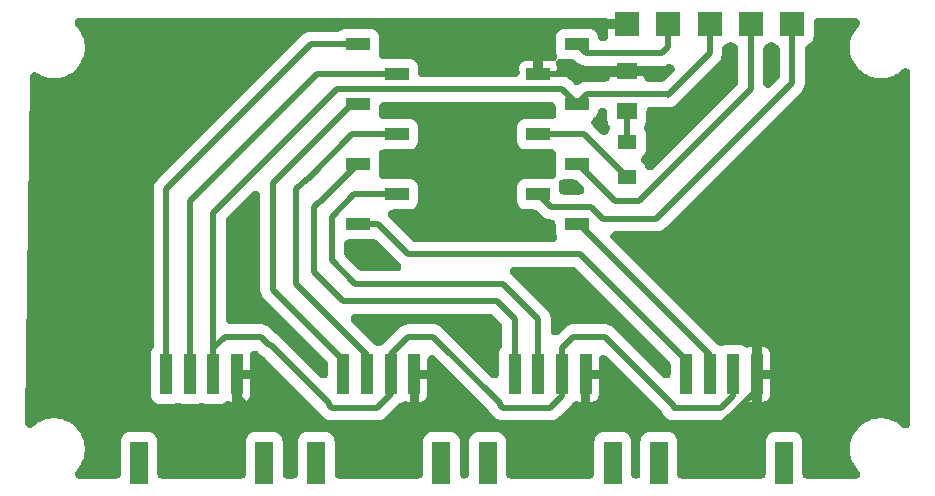
<source format=gbr>
%TF.GenerationSoftware,KiCad,Pcbnew,9.0.7*%
%TF.CreationDate,2026-03-17T15:28:17+09:00*%
%TF.ProjectId,Reptile_Monitor,52657074-696c-4655-9f4d-6f6e69746f72,rev?*%
%TF.SameCoordinates,Original*%
%TF.FileFunction,Copper,L1,Top*%
%TF.FilePolarity,Positive*%
%FSLAX46Y46*%
G04 Gerber Fmt 4.6, Leading zero omitted, Abs format (unit mm)*
G04 Created by KiCad (PCBNEW 9.0.7) date 2026-03-17 15:28:17*
%MOMM*%
%LPD*%
G01*
G04 APERTURE LIST*
%TA.AperFunction,SMDPad,CuDef*%
%ADD10R,2.000000X2.000000*%
%TD*%
%TA.AperFunction,SMDPad,CuDef*%
%ADD11R,1.000000X3.400000*%
%TD*%
%TA.AperFunction,SMDPad,CuDef*%
%ADD12R,1.500000X3.600000*%
%TD*%
%TA.AperFunction,SMDPad,CuDef*%
%ADD13R,1.700000X1.400000*%
%TD*%
%TA.AperFunction,SMDPad,CuDef*%
%ADD14R,2.000000X1.000000*%
%TD*%
%TA.AperFunction,SMDPad,CuDef*%
%ADD15R,1.600000X1.200000*%
%TD*%
%TA.AperFunction,Conductor*%
%ADD16C,0.500000*%
%TD*%
G04 APERTURE END LIST*
D10*
%TO.P,J7,1,Pin_1*%
%TO.N,+5V*%
X154000000Y-79000000D03*
%TD*%
%TO.P,J9,1,Pin_1*%
%TO.N,+3V3*%
X157500000Y-79000000D03*
%TD*%
%TO.P,J5,1,Pin_1*%
%TO.N,Net-(J5-Pin_1)*%
X164500000Y-79000000D03*
%TD*%
D11*
%TO.P,J3,1,Pin_1*%
%TO.N,Net-(J3-Pin_1)*%
X141000000Y-108675000D03*
%TO.P,J3,2,Pin_2*%
%TO.N,Net-(J3-Pin_2)*%
X143000000Y-108675000D03*
%TO.P,J3,3,Pin_3*%
%TO.N,+3V3*%
X145000000Y-108675000D03*
%TO.P,J3,4,Pin_4*%
%TO.N,GND*%
X147000000Y-108675000D03*
D12*
%TO.P,J3,SH1*%
%TO.N,N/C*%
X138700000Y-116175000D03*
%TO.P,J3,SH2*%
X149300000Y-116175000D03*
%TD*%
D13*
%TO.P,D1,1,K*%
%TO.N,GND*%
X150500000Y-83000000D03*
%TO.P,D1,2,A*%
%TO.N,Net-(D1-A)*%
X150500000Y-86400000D03*
%TD*%
D11*
%TO.P,J4,1,Pin_1*%
%TO.N,Net-(J4-Pin_1)*%
X155500000Y-108675000D03*
%TO.P,J4,2,Pin_2*%
%TO.N,Net-(J4-Pin_2)*%
X157500000Y-108675000D03*
%TO.P,J4,3,Pin_3*%
%TO.N,+3V3*%
X159500000Y-108675000D03*
%TO.P,J4,4,Pin_4*%
%TO.N,GND*%
X161500000Y-108675000D03*
D12*
%TO.P,J4,SH1*%
%TO.N,N/C*%
X153200000Y-116175000D03*
%TO.P,J4,SH2*%
X163800000Y-116175000D03*
%TD*%
D14*
%TO.P,M2,1,D0*%
%TO.N,Net-(J1-Pin_1)*%
X127725000Y-80715000D03*
%TO.P,M2,2,D1*%
%TO.N,Net-(J1-Pin_2)*%
X131025000Y-83255000D03*
%TO.P,M2,3,D2*%
%TO.N,Net-(J2-Pin_1)*%
X127725000Y-85795000D03*
%TO.P,M2,4,D3*%
%TO.N,Net-(J2-Pin_2)*%
X131025000Y-88335000D03*
%TO.P,M2,5,D4*%
%TO.N,Net-(J3-Pin_1)*%
X127725000Y-90875000D03*
%TO.P,M2,6,D5*%
%TO.N,Net-(J3-Pin_2)*%
X131025000Y-93415000D03*
%TO.P,M2,7,D6*%
%TO.N,Net-(J4-Pin_1)*%
X127725000Y-95955000D03*
%TO.P,M2,8,D7*%
%TO.N,Net-(J4-Pin_2)*%
X146265000Y-95955000D03*
%TO.P,M2,9,D8*%
%TO.N,Net-(J5-Pin_1)*%
X142965000Y-93415000D03*
%TO.P,M2,10,D9*%
%TO.N,Net-(J6-Pin_1)*%
X146265000Y-90875000D03*
%TO.P,M2,11,D10*%
%TO.N,Net-(M2-D10)*%
X142965000Y-88335000D03*
%TO.P,M2,12,3V3*%
%TO.N,+3V3*%
X146265000Y-85795000D03*
%TO.P,M2,13,GND*%
%TO.N,GND*%
X142965000Y-83255000D03*
%TO.P,M2,14,5V*%
%TO.N,+5V*%
X146265000Y-80715000D03*
%TD*%
D10*
%TO.P,J6,1,Pin_1*%
%TO.N,Net-(J6-Pin_1)*%
X161000000Y-79000000D03*
%TD*%
D11*
%TO.P,J1,1,Pin_1*%
%TO.N,Net-(J1-Pin_1)*%
X111500000Y-108675000D03*
%TO.P,J1,2,Pin_2*%
%TO.N,Net-(J1-Pin_2)*%
X113500000Y-108675000D03*
%TO.P,J1,3,Pin_3*%
%TO.N,+3V3*%
X115500000Y-108675000D03*
%TO.P,J1,4,Pin_4*%
%TO.N,GND*%
X117500000Y-108675000D03*
D12*
%TO.P,J1,SH1*%
%TO.N,N/C*%
X109200000Y-116175000D03*
%TO.P,J1,SH2*%
X119800000Y-116175000D03*
%TD*%
D15*
%TO.P,R1,1*%
%TO.N,Net-(M2-D10)*%
X150500000Y-92000000D03*
%TO.P,R1,2*%
%TO.N,Net-(D1-A)*%
X150500000Y-89000000D03*
%TD*%
D10*
%TO.P,J8,1,Pin_1*%
%TO.N,GND*%
X150500000Y-79000000D03*
%TD*%
D11*
%TO.P,J2,1,Pin_1*%
%TO.N,Net-(J2-Pin_1)*%
X126500000Y-108675000D03*
%TO.P,J2,2,Pin_2*%
%TO.N,Net-(J2-Pin_2)*%
X128500000Y-108675000D03*
%TO.P,J2,3,Pin_3*%
%TO.N,+3V3*%
X130500000Y-108675000D03*
%TO.P,J2,4,Pin_4*%
%TO.N,GND*%
X132500000Y-108675000D03*
D12*
%TO.P,J2,SH1*%
%TO.N,N/C*%
X124200000Y-116175000D03*
%TO.P,J2,SH2*%
X134800000Y-116175000D03*
%TD*%
D16*
%TO.N,GND*%
X158500000Y-113000000D02*
X161500000Y-110000000D01*
X132500000Y-108675000D02*
X132500000Y-113000000D01*
X147000000Y-113000000D02*
X158500000Y-113000000D01*
X147000000Y-108675000D02*
X147000000Y-113000000D01*
X150245000Y-83255000D02*
X150500000Y-83000000D01*
X120000000Y-113000000D02*
X132500000Y-113000000D01*
X117500000Y-110500000D02*
X120000000Y-113000000D01*
X142965000Y-83255000D02*
X142965000Y-81013000D01*
X150464000Y-79464000D02*
X150500000Y-79500000D01*
X161500000Y-110000000D02*
X161500000Y-108675000D01*
X144978000Y-79000000D02*
X150500000Y-79000000D01*
X142965000Y-83255000D02*
X150245000Y-83255000D01*
X142965000Y-81013000D02*
X144978000Y-79000000D01*
X117500000Y-108675000D02*
X117500000Y-110500000D01*
X132500000Y-113000000D02*
X147000000Y-113000000D01*
%TO.N,Net-(D1-A)*%
X150500000Y-86400000D02*
X150500000Y-89000000D01*
%TO.N,Net-(J1-Pin_1)*%
X127725000Y-80715000D02*
X123785000Y-80715000D01*
X111500000Y-93000000D02*
X111500000Y-108675000D01*
X123785000Y-80715000D02*
X111500000Y-93000000D01*
%TO.N,Net-(J1-Pin_2)*%
X113500000Y-94000000D02*
X113500000Y-108675000D01*
X124245000Y-83255000D02*
X113500000Y-94000000D01*
X131025000Y-83255000D02*
X124245000Y-83255000D01*
%TO.N,Net-(J2-Pin_1)*%
X126500000Y-107500000D02*
X126500000Y-108675000D01*
X120500000Y-101500000D02*
X126500000Y-107500000D01*
X127205000Y-85795000D02*
X120500000Y-92500000D01*
X127725000Y-85795000D02*
X127205000Y-85795000D01*
X120500000Y-92500000D02*
X120500000Y-101500000D01*
%TO.N,Net-(J2-Pin_2)*%
X123400000Y-92100000D02*
X122500000Y-93000000D01*
X127263000Y-88335000D02*
X123498000Y-92100000D01*
X123498000Y-92100000D02*
X123400000Y-92100000D01*
X122500000Y-93000000D02*
X122500000Y-101000000D01*
X131025000Y-88335000D02*
X127263000Y-88335000D01*
X122500000Y-101000000D02*
X128500000Y-107000000D01*
X128500000Y-107000000D02*
X128500000Y-108675000D01*
%TO.N,Net-(J3-Pin_2)*%
X131025000Y-93415000D02*
X127415000Y-93415000D01*
X127500000Y-101000000D02*
X140000000Y-101000000D01*
X125500000Y-99000000D02*
X127500000Y-101000000D01*
X127415000Y-93415000D02*
X125500000Y-95330000D01*
X140000000Y-101000000D02*
X143000000Y-104000000D01*
X143000000Y-104000000D02*
X143000000Y-108675000D01*
X125500000Y-95330000D02*
X125500000Y-99000000D01*
%TO.N,Net-(J3-Pin_1)*%
X139500000Y-102500000D02*
X141000000Y-104000000D01*
X124000000Y-100000000D02*
X126500000Y-102500000D01*
X126500000Y-102500000D02*
X139500000Y-102500000D01*
X127625000Y-90875000D02*
X127725000Y-90875000D01*
X127725000Y-90875000D02*
X124499000Y-94101000D01*
X124000000Y-94500000D02*
X124000000Y-100000000D01*
X124499000Y-94101000D02*
X124399000Y-94101000D01*
X124399000Y-94101000D02*
X124000000Y-94500000D01*
X141000000Y-104000000D02*
X141000000Y-108675000D01*
%TO.N,Net-(J4-Pin_1)*%
X155500000Y-108675000D02*
X155500000Y-107500000D01*
X146500000Y-98500000D02*
X132000000Y-98500000D01*
X129455000Y-95955000D02*
X132000000Y-98500000D01*
X127725000Y-95955000D02*
X129455000Y-95955000D01*
X155500000Y-107500000D02*
X146500000Y-98500000D01*
%TO.N,Net-(J4-Pin_2)*%
X157500000Y-107000000D02*
X157500000Y-108675000D01*
X146265000Y-95955000D02*
X146455000Y-95955000D01*
X146455000Y-95955000D02*
X157500000Y-107000000D01*
%TO.N,Net-(M2-D10)*%
X146835000Y-88335000D02*
X150500000Y-92000000D01*
X142965000Y-88335000D02*
X146835000Y-88335000D01*
%TO.N,+5V*%
X153500000Y-81500000D02*
X154000000Y-81000000D01*
X154000000Y-81000000D02*
X154000000Y-79000000D01*
X147050000Y-81500000D02*
X153500000Y-81500000D01*
X146265000Y-80715000D02*
X147050000Y-81500000D01*
%TO.N,+3V3*%
X131276000Y-106224000D02*
X132000000Y-105500000D01*
X146265000Y-85795000D02*
X145014000Y-84544000D01*
X120347000Y-106224000D02*
X120224000Y-106224000D01*
X140000000Y-111500000D02*
X144000000Y-111500000D01*
X116475000Y-105500000D02*
X115500000Y-106475000D01*
X129377000Y-111500000D02*
X125500000Y-111500000D01*
X145014000Y-84544000D02*
X125974000Y-84544000D01*
X130500000Y-108675000D02*
X130500000Y-110377000D01*
X134123000Y-105500000D02*
X139749000Y-111126000D01*
X131249000Y-106224000D02*
X131276000Y-106224000D01*
X120224000Y-106224000D02*
X119500000Y-105500000D01*
X125249000Y-111126000D02*
X120347000Y-106224000D01*
X159500000Y-110500000D02*
X159500000Y-108675000D01*
X145000000Y-106475000D02*
X145975000Y-105500000D01*
X139749000Y-111126000D02*
X139749000Y-111249000D01*
X147111000Y-84949000D02*
X153949000Y-84949000D01*
X115500000Y-106475000D02*
X115500000Y-108675000D01*
X148623000Y-105500000D02*
X154500000Y-111377000D01*
X145000000Y-108675000D02*
X145000000Y-106475000D01*
X146265000Y-85795000D02*
X147111000Y-84949000D01*
X125500000Y-111500000D02*
X125249000Y-111249000D01*
X125974000Y-84544000D02*
X115500000Y-95018000D01*
X154500000Y-111500000D02*
X158500000Y-111500000D01*
X144000000Y-111500000D02*
X145000000Y-110500000D01*
X153949000Y-84949000D02*
X154000000Y-85000000D01*
X145975000Y-105500000D02*
X148623000Y-105500000D01*
X115500000Y-95018000D02*
X115500000Y-108675000D01*
X154000000Y-85000000D02*
X157500000Y-81500000D01*
X119500000Y-105500000D02*
X116475000Y-105500000D01*
X139749000Y-111249000D02*
X140000000Y-111500000D01*
X154500000Y-111377000D02*
X154500000Y-111500000D01*
X132000000Y-105500000D02*
X134123000Y-105500000D01*
X130500000Y-106973000D02*
X131249000Y-106224000D01*
X158500000Y-111500000D02*
X159500000Y-110500000D01*
X125249000Y-111249000D02*
X125249000Y-111126000D01*
X157500000Y-81500000D02*
X157500000Y-79000000D01*
X130500000Y-110377000D02*
X129377000Y-111500000D01*
X130500000Y-108675000D02*
X130500000Y-106973000D01*
X145000000Y-110500000D02*
X145000000Y-108675000D01*
%TO.N,Net-(J5-Pin_1)*%
X147500000Y-94500000D02*
X148500000Y-95500000D01*
X144050000Y-94500000D02*
X147500000Y-94500000D01*
X153000000Y-95500000D02*
X164500000Y-84000000D01*
X148500000Y-95500000D02*
X153000000Y-95500000D01*
X164500000Y-84000000D02*
X164500000Y-79000000D01*
X142965000Y-93415000D02*
X144050000Y-94500000D01*
%TO.N,Net-(J6-Pin_1)*%
X161000000Y-84500000D02*
X151500000Y-94000000D01*
X146375000Y-90875000D02*
X146265000Y-90875000D01*
X149500000Y-94000000D02*
X146375000Y-90875000D01*
X161000000Y-79000000D02*
X161000000Y-84500000D01*
X151500000Y-94000000D02*
X149500000Y-94000000D01*
%TD*%
%TA.AperFunction,Conductor*%
%TO.N,GND*%
G36*
X148758027Y-78519528D02*
G01*
X148869255Y-78576202D01*
X148897119Y-78600000D01*
X150101000Y-78600000D01*
X150224298Y-78619528D01*
X150335526Y-78676202D01*
X150423798Y-78764474D01*
X150480472Y-78875702D01*
X150500000Y-78999000D01*
X150500000Y-79001000D01*
X150480472Y-79124298D01*
X150423798Y-79235526D01*
X150335526Y-79323798D01*
X150224298Y-79380472D01*
X150101000Y-79400000D01*
X148900002Y-79400000D01*
X148900001Y-79400001D01*
X148900001Y-80050500D01*
X148880473Y-80173798D01*
X148823799Y-80285026D01*
X148735527Y-80373298D01*
X148624299Y-80429972D01*
X148501001Y-80449500D01*
X148453555Y-80449500D01*
X148330257Y-80429972D01*
X148219029Y-80373298D01*
X148130757Y-80285026D01*
X148074083Y-80173798D01*
X148057064Y-80095175D01*
X148052030Y-80050500D01*
X148050368Y-80035745D01*
X147990789Y-79865478D01*
X147894816Y-79712738D01*
X147767262Y-79585184D01*
X147614522Y-79489211D01*
X147444255Y-79429632D01*
X147444253Y-79429631D01*
X147444251Y-79429631D01*
X147309962Y-79414500D01*
X147309954Y-79414500D01*
X145220046Y-79414500D01*
X145220037Y-79414500D01*
X145085748Y-79429631D01*
X145085745Y-79429632D01*
X144915478Y-79489211D01*
X144762739Y-79585183D01*
X144635183Y-79712739D01*
X144539211Y-79865478D01*
X144479632Y-80035745D01*
X144479631Y-80035748D01*
X144464500Y-80170037D01*
X144464500Y-81259962D01*
X144479631Y-81394251D01*
X144479631Y-81394253D01*
X144479632Y-81394255D01*
X144511371Y-81484960D01*
X144539211Y-81564522D01*
X144540674Y-81566850D01*
X144543368Y-81573155D01*
X144548932Y-81584707D01*
X144548412Y-81584956D01*
X144589735Y-81681640D01*
X144600923Y-81805973D01*
X144573142Y-81927677D01*
X144509113Y-82034840D01*
X144415102Y-82116972D01*
X144300312Y-82166033D01*
X144175979Y-82177221D01*
X144147734Y-82172531D01*
X144147560Y-82173858D01*
X144004317Y-82155000D01*
X143365001Y-82155000D01*
X143365000Y-82155001D01*
X143365000Y-82863846D01*
X143377282Y-82887952D01*
X143395741Y-82913358D01*
X143405444Y-82943222D01*
X143419701Y-82971202D01*
X143424613Y-83002218D01*
X143434317Y-83032083D01*
X143434317Y-83063486D01*
X143439229Y-83094500D01*
X143434317Y-83125513D01*
X143434317Y-83156917D01*
X143424613Y-83186781D01*
X143419701Y-83217798D01*
X143405444Y-83245777D01*
X143395741Y-83275642D01*
X143377282Y-83301047D01*
X143363027Y-83329026D01*
X143340824Y-83351228D01*
X143322365Y-83376636D01*
X143296957Y-83395095D01*
X143274755Y-83417298D01*
X143246776Y-83431553D01*
X143221371Y-83450012D01*
X143191506Y-83459715D01*
X143163527Y-83473972D01*
X143132510Y-83478884D01*
X143102646Y-83488588D01*
X143040229Y-83493500D01*
X142889771Y-83493500D01*
X142766473Y-83473972D01*
X142655245Y-83417298D01*
X142566973Y-83329026D01*
X142510299Y-83217798D01*
X142490771Y-83094500D01*
X142510299Y-82971202D01*
X142565000Y-82863846D01*
X142565000Y-82155001D01*
X142564999Y-82155000D01*
X141925675Y-82155000D01*
X141808370Y-82170443D01*
X141662413Y-82230900D01*
X141537075Y-82327074D01*
X141537074Y-82327075D01*
X141440899Y-82452413D01*
X141440899Y-82452414D01*
X141380444Y-82598368D01*
X141365000Y-82715682D01*
X141365000Y-82871046D01*
X141395741Y-82913358D01*
X141434317Y-83032083D01*
X141434317Y-83156917D01*
X141395741Y-83275642D01*
X141322365Y-83376636D01*
X141221371Y-83450012D01*
X141102646Y-83488588D01*
X141040229Y-83493500D01*
X133224500Y-83493500D01*
X133101202Y-83473972D01*
X132989974Y-83417298D01*
X132901702Y-83329026D01*
X132845028Y-83217798D01*
X132825500Y-83094500D01*
X132825500Y-82710047D01*
X132825499Y-82710037D01*
X132812423Y-82593988D01*
X132810368Y-82575745D01*
X132750789Y-82405478D01*
X132654816Y-82252738D01*
X132527262Y-82125184D01*
X132374522Y-82029211D01*
X132204255Y-81969632D01*
X132204253Y-81969631D01*
X132204251Y-81969631D01*
X132069962Y-81954500D01*
X132069954Y-81954500D01*
X129980046Y-81954500D01*
X129980044Y-81954500D01*
X129980030Y-81954501D01*
X129918016Y-81961488D01*
X129793307Y-81955887D01*
X129676433Y-81912023D01*
X129578833Y-81834189D01*
X129510063Y-81730005D01*
X129476853Y-81609669D01*
X129482454Y-81484960D01*
X129496732Y-81433222D01*
X129510368Y-81394255D01*
X129525500Y-81259954D01*
X129525500Y-80170046D01*
X129510368Y-80035745D01*
X129450789Y-79865478D01*
X129354816Y-79712738D01*
X129227262Y-79585184D01*
X129074522Y-79489211D01*
X128904255Y-79429632D01*
X128904253Y-79429631D01*
X128904251Y-79429631D01*
X128769962Y-79414500D01*
X128769954Y-79414500D01*
X126680046Y-79414500D01*
X126680037Y-79414500D01*
X126545748Y-79429631D01*
X126545745Y-79429632D01*
X126375478Y-79489211D01*
X126222738Y-79585184D01*
X126222736Y-79585185D01*
X126203765Y-79597106D01*
X126202196Y-79594609D01*
X126123860Y-79639058D01*
X126001563Y-79664098D01*
X125983663Y-79664500D01*
X123908182Y-79664500D01*
X123908162Y-79664499D01*
X123888466Y-79664499D01*
X123681535Y-79664499D01*
X123613883Y-79677956D01*
X123478578Y-79704870D01*
X123287410Y-79784053D01*
X123287407Y-79784055D01*
X123287403Y-79784057D01*
X123287402Y-79784058D01*
X123221592Y-79828031D01*
X123165549Y-79865478D01*
X123115345Y-79899023D01*
X110830347Y-92184021D01*
X110830345Y-92184023D01*
X110830344Y-92184022D01*
X110684026Y-92330341D01*
X110684021Y-92330348D01*
X110569059Y-92502401D01*
X110489869Y-92693581D01*
X110449500Y-92896534D01*
X110449500Y-106233663D01*
X110429972Y-106356961D01*
X110381001Y-106453070D01*
X110382106Y-106453765D01*
X110374392Y-106466041D01*
X110373298Y-106468189D01*
X110371837Y-106470107D01*
X110274211Y-106625478D01*
X110214632Y-106795745D01*
X110214631Y-106795748D01*
X110199500Y-106930037D01*
X110199500Y-110419962D01*
X110214631Y-110554251D01*
X110214631Y-110554253D01*
X110214632Y-110554255D01*
X110274211Y-110724522D01*
X110370184Y-110877262D01*
X110497738Y-111004816D01*
X110650478Y-111100789D01*
X110820745Y-111160368D01*
X110955046Y-111175500D01*
X110955048Y-111175500D01*
X112044952Y-111175500D01*
X112044954Y-111175500D01*
X112179255Y-111160368D01*
X112300613Y-111117903D01*
X112368219Y-111094247D01*
X112491047Y-111071956D01*
X112614752Y-111088713D01*
X112631781Y-111094247D01*
X112699387Y-111117903D01*
X112820745Y-111160368D01*
X112955046Y-111175500D01*
X112955048Y-111175500D01*
X114044952Y-111175500D01*
X114044954Y-111175500D01*
X114179255Y-111160368D01*
X114300613Y-111117903D01*
X114368219Y-111094247D01*
X114491047Y-111071956D01*
X114614752Y-111088713D01*
X114631781Y-111094247D01*
X114699387Y-111117903D01*
X114820745Y-111160368D01*
X114955046Y-111175500D01*
X114955048Y-111175500D01*
X116044952Y-111175500D01*
X116044954Y-111175500D01*
X116179255Y-111160368D01*
X116349522Y-111100789D01*
X116502262Y-111004816D01*
X116502263Y-111004814D01*
X116507333Y-111001629D01*
X116622122Y-110952565D01*
X116746454Y-110941375D01*
X116822887Y-110954067D01*
X116843370Y-110959555D01*
X116960682Y-110974999D01*
X117099999Y-110974999D01*
X117100000Y-110974998D01*
X117900000Y-110974998D01*
X117900001Y-110974999D01*
X118039325Y-110974999D01*
X118156629Y-110959556D01*
X118302586Y-110899099D01*
X118427924Y-110802925D01*
X118427925Y-110802924D01*
X118524100Y-110677586D01*
X118524100Y-110677585D01*
X118584555Y-110531631D01*
X118600000Y-110414317D01*
X118600000Y-109075001D01*
X118599999Y-109075000D01*
X117900000Y-109075000D01*
X117900000Y-110974998D01*
X117100000Y-110974998D01*
X117100000Y-109074000D01*
X117119528Y-108950702D01*
X117176202Y-108839474D01*
X117264474Y-108751202D01*
X117375702Y-108694528D01*
X117499000Y-108675000D01*
X117500000Y-108675000D01*
X117500000Y-108674000D01*
X117519528Y-108550702D01*
X117576202Y-108439474D01*
X117664474Y-108351202D01*
X117775702Y-108294528D01*
X117899000Y-108275000D01*
X118599998Y-108275000D01*
X118599999Y-108274999D01*
X118599999Y-107048901D01*
X118601453Y-107039714D01*
X118600425Y-107030472D01*
X118611186Y-106978263D01*
X118619527Y-106925603D01*
X118623749Y-106917315D01*
X118625627Y-106908208D01*
X118651995Y-106861879D01*
X118676201Y-106814375D01*
X118682777Y-106807798D01*
X118687378Y-106799716D01*
X118726778Y-106763797D01*
X118764473Y-106726103D01*
X118772757Y-106721881D01*
X118779632Y-106715615D01*
X118828196Y-106693634D01*
X118875701Y-106669429D01*
X118884890Y-106667973D01*
X118893360Y-106664140D01*
X118946332Y-106658242D01*
X118998999Y-106649901D01*
X119008185Y-106651355D01*
X119017428Y-106650327D01*
X119069636Y-106661088D01*
X119122297Y-106669429D01*
X119130584Y-106673651D01*
X119139692Y-106675529D01*
X119160083Y-106688682D01*
X119233525Y-106726103D01*
X119248184Y-106737280D01*
X119265476Y-106751107D01*
X119554345Y-107039977D01*
X119726402Y-107154942D01*
X119817879Y-107192832D01*
X119862083Y-107228180D01*
X119866472Y-107232994D01*
X119872026Y-107236398D01*
X119895034Y-107257665D01*
X124215336Y-111577968D01*
X124288712Y-111678962D01*
X124301826Y-111707410D01*
X124318058Y-111746596D01*
X124318059Y-111746598D01*
X124433023Y-111918655D01*
X124433026Y-111918658D01*
X124579344Y-112064977D01*
X124579345Y-112064977D01*
X124579346Y-112064978D01*
X124579345Y-112064978D01*
X124830344Y-112315976D01*
X124830345Y-112315977D01*
X125002402Y-112430942D01*
X125097990Y-112470535D01*
X125137587Y-112486937D01*
X125137586Y-112486937D01*
X125193570Y-112510126D01*
X125193580Y-112510130D01*
X125227253Y-112516827D01*
X125396535Y-112550501D01*
X125603466Y-112550501D01*
X125603471Y-112550500D01*
X129273535Y-112550500D01*
X129480465Y-112550500D01*
X129480466Y-112550500D01*
X129581942Y-112530315D01*
X129683420Y-112510130D01*
X129874598Y-112430941D01*
X129940166Y-112387130D01*
X130046655Y-112315977D01*
X130192977Y-112169655D01*
X130192978Y-112169652D01*
X131150255Y-111212375D01*
X131251245Y-111139002D01*
X131300598Y-111117907D01*
X131349522Y-111100789D01*
X131502262Y-111004816D01*
X131502263Y-111004814D01*
X131507333Y-111001629D01*
X131622122Y-110952565D01*
X131746454Y-110941375D01*
X131822887Y-110954067D01*
X131843370Y-110959555D01*
X131960682Y-110974999D01*
X132099999Y-110974999D01*
X132100000Y-110974998D01*
X132900000Y-110974998D01*
X132900001Y-110974999D01*
X133039325Y-110974999D01*
X133156629Y-110959556D01*
X133302586Y-110899099D01*
X133427924Y-110802925D01*
X133427925Y-110802924D01*
X133524100Y-110677586D01*
X133524100Y-110677585D01*
X133584555Y-110531631D01*
X133600000Y-110414317D01*
X133600000Y-109075001D01*
X133599999Y-109075000D01*
X132900000Y-109075000D01*
X132900000Y-110974998D01*
X132100000Y-110974998D01*
X132100000Y-109074000D01*
X132119528Y-108950702D01*
X132176202Y-108839474D01*
X132264474Y-108751202D01*
X132375702Y-108694528D01*
X132499000Y-108675000D01*
X132500000Y-108675000D01*
X132500000Y-108674000D01*
X132519528Y-108550702D01*
X132576202Y-108439474D01*
X132664474Y-108351202D01*
X132775702Y-108294528D01*
X132899000Y-108275000D01*
X133599998Y-108275000D01*
X133599999Y-108274999D01*
X133599999Y-107425902D01*
X133619527Y-107302604D01*
X133676201Y-107191376D01*
X133764473Y-107103104D01*
X133875701Y-107046430D01*
X133998999Y-107026902D01*
X134122297Y-107046430D01*
X134233525Y-107103104D01*
X134281135Y-107143766D01*
X138715336Y-111577968D01*
X138788712Y-111678962D01*
X138801826Y-111707410D01*
X138818058Y-111746596D01*
X138818059Y-111746598D01*
X138933023Y-111918655D01*
X138933026Y-111918658D01*
X139079344Y-112064977D01*
X139079345Y-112064977D01*
X139079346Y-112064978D01*
X139079345Y-112064978D01*
X139330344Y-112315976D01*
X139330345Y-112315977D01*
X139502402Y-112430942D01*
X139597990Y-112470535D01*
X139637587Y-112486937D01*
X139637586Y-112486937D01*
X139693570Y-112510126D01*
X139693580Y-112510130D01*
X139727253Y-112516827D01*
X139896535Y-112550501D01*
X140103466Y-112550501D01*
X140103471Y-112550500D01*
X143896535Y-112550500D01*
X144103465Y-112550500D01*
X144103466Y-112550500D01*
X144204942Y-112530315D01*
X144306420Y-112510130D01*
X144497598Y-112430941D01*
X144563166Y-112387130D01*
X144669655Y-112315977D01*
X144815977Y-112169655D01*
X144815978Y-112169652D01*
X145815977Y-111169655D01*
X145820296Y-111163190D01*
X145823678Y-111158130D01*
X145838183Y-111142437D01*
X145849148Y-111124086D01*
X145880320Y-111096851D01*
X145908414Y-111066459D01*
X145943153Y-111041956D01*
X146002262Y-111004816D01*
X146002263Y-111004814D01*
X146007335Y-111001628D01*
X146122124Y-110952565D01*
X146246456Y-110941375D01*
X146322887Y-110954067D01*
X146343370Y-110959555D01*
X146460682Y-110974999D01*
X146599999Y-110974999D01*
X146600000Y-110974998D01*
X147400000Y-110974998D01*
X147400001Y-110974999D01*
X147539325Y-110974999D01*
X147656629Y-110959556D01*
X147802586Y-110899099D01*
X147927924Y-110802925D01*
X147927925Y-110802924D01*
X148024100Y-110677586D01*
X148024100Y-110677585D01*
X148084555Y-110531631D01*
X148100000Y-110414317D01*
X148100000Y-109075001D01*
X148099999Y-109075000D01*
X147400000Y-109075000D01*
X147400000Y-110974998D01*
X146600000Y-110974998D01*
X146600000Y-109074000D01*
X146619528Y-108950702D01*
X146676202Y-108839474D01*
X146764474Y-108751202D01*
X146875702Y-108694528D01*
X146999000Y-108675000D01*
X147000000Y-108675000D01*
X147000000Y-108674000D01*
X147019528Y-108550702D01*
X147076202Y-108439474D01*
X147164474Y-108351202D01*
X147275702Y-108294528D01*
X147399000Y-108275000D01*
X148099998Y-108275000D01*
X148099999Y-108274999D01*
X148099999Y-107425902D01*
X148119527Y-107302604D01*
X148176201Y-107191376D01*
X148264473Y-107103104D01*
X148375701Y-107046430D01*
X148498999Y-107026902D01*
X148622297Y-107046430D01*
X148733525Y-107103104D01*
X148781135Y-107143766D01*
X153466335Y-111828966D01*
X153539711Y-111929960D01*
X153552825Y-111958407D01*
X153569059Y-111997598D01*
X153684023Y-112169655D01*
X153830345Y-112315977D01*
X154002402Y-112430941D01*
X154193580Y-112510130D01*
X154396534Y-112550500D01*
X154396535Y-112550500D01*
X158603466Y-112550500D01*
X158704942Y-112530315D01*
X158806420Y-112510130D01*
X158997598Y-112430941D01*
X159063166Y-112387130D01*
X159169655Y-112315977D01*
X159315977Y-112169655D01*
X159315978Y-112169652D01*
X160315977Y-111169655D01*
X160320296Y-111163190D01*
X160323678Y-111158130D01*
X160338183Y-111142437D01*
X160349148Y-111124086D01*
X160380320Y-111096851D01*
X160408414Y-111066459D01*
X160443153Y-111041956D01*
X160502262Y-111004816D01*
X160502263Y-111004814D01*
X160507335Y-111001628D01*
X160622124Y-110952565D01*
X160746456Y-110941375D01*
X160822887Y-110954067D01*
X160843370Y-110959555D01*
X160960682Y-110974999D01*
X161099999Y-110974999D01*
X161100000Y-110974998D01*
X161100000Y-109075001D01*
X161900000Y-109075001D01*
X161900000Y-110974998D01*
X161900001Y-110974999D01*
X162039325Y-110974999D01*
X162156629Y-110959556D01*
X162302586Y-110899099D01*
X162427924Y-110802925D01*
X162427925Y-110802924D01*
X162524100Y-110677586D01*
X162524100Y-110677585D01*
X162584555Y-110531631D01*
X162600000Y-110414317D01*
X162600000Y-109075001D01*
X162599999Y-109075000D01*
X161900001Y-109075000D01*
X161900000Y-109075001D01*
X161100000Y-109075001D01*
X161100000Y-106375001D01*
X161900000Y-106375001D01*
X161900000Y-108274999D01*
X161900001Y-108275000D01*
X162599998Y-108275000D01*
X162599999Y-108274999D01*
X162599999Y-106935675D01*
X162584556Y-106818370D01*
X162524099Y-106672413D01*
X162427925Y-106547075D01*
X162427924Y-106547074D01*
X162302585Y-106450899D01*
X162156631Y-106390444D01*
X162039317Y-106375000D01*
X161900001Y-106375000D01*
X161900000Y-106375001D01*
X161100000Y-106375001D01*
X161100000Y-106375000D01*
X160960676Y-106375000D01*
X160843367Y-106390443D01*
X160822877Y-106395934D01*
X160698726Y-106408981D01*
X160576620Y-106383025D01*
X160507333Y-106348371D01*
X160502263Y-106345185D01*
X160502262Y-106345184D01*
X160349522Y-106249211D01*
X160179255Y-106189632D01*
X160179253Y-106189631D01*
X160179251Y-106189631D01*
X160044962Y-106174500D01*
X160044954Y-106174500D01*
X158955046Y-106174500D01*
X158955037Y-106174500D01*
X158820748Y-106189631D01*
X158820741Y-106189633D01*
X158631780Y-106255753D01*
X158622890Y-106257366D01*
X158614753Y-106261285D01*
X158561669Y-106268476D01*
X158508951Y-106278043D01*
X158499999Y-106276830D01*
X158491048Y-106278043D01*
X158438329Y-106268476D01*
X158385246Y-106261285D01*
X158368219Y-106255753D01*
X158259075Y-106217562D01*
X158149146Y-106158406D01*
X158108720Y-106123088D01*
X153792050Y-101806418D01*
X149217266Y-97231635D01*
X149143891Y-97130642D01*
X149105315Y-97011917D01*
X149105315Y-96887083D01*
X149143891Y-96768358D01*
X149217267Y-96667364D01*
X149318261Y-96593988D01*
X149436986Y-96555412D01*
X149499403Y-96550500D01*
X153103466Y-96550500D01*
X153171116Y-96537043D01*
X153306420Y-96510130D01*
X153497598Y-96430941D01*
X153669655Y-96315977D01*
X153815977Y-96169655D01*
X153815979Y-96169651D01*
X165169651Y-84815979D01*
X165169655Y-84815977D01*
X165315977Y-84669655D01*
X165430941Y-84497598D01*
X165510130Y-84306420D01*
X165550500Y-84103465D01*
X165550500Y-81113526D01*
X165570028Y-80990228D01*
X165626702Y-80879000D01*
X165714974Y-80790728D01*
X165817717Y-80736917D01*
X165849522Y-80725789D01*
X166002262Y-80629816D01*
X166129816Y-80502262D01*
X166225789Y-80349522D01*
X166285368Y-80179255D01*
X166300500Y-80044954D01*
X166300500Y-78899000D01*
X166320028Y-78775702D01*
X166376702Y-78664474D01*
X166464974Y-78576202D01*
X166576202Y-78519528D01*
X166699500Y-78500000D01*
X169859065Y-78500000D01*
X169982363Y-78519528D01*
X170093591Y-78576202D01*
X170181863Y-78664474D01*
X170238537Y-78775702D01*
X170258065Y-78899000D01*
X170238537Y-79022298D01*
X170181863Y-79133526D01*
X170141201Y-79181136D01*
X170057900Y-79264436D01*
X169875793Y-79492791D01*
X169720396Y-79740104D01*
X169720395Y-79740106D01*
X169593668Y-80003254D01*
X169497195Y-80278959D01*
X169432201Y-80563717D01*
X169432200Y-80563719D01*
X169399500Y-80853945D01*
X169399500Y-81146054D01*
X169432200Y-81436280D01*
X169432201Y-81436282D01*
X169497195Y-81721040D01*
X169593668Y-81996745D01*
X169720395Y-82259893D01*
X169720396Y-82259895D01*
X169875793Y-82507208D01*
X170057900Y-82735563D01*
X170264436Y-82942099D01*
X170481563Y-83115252D01*
X170492794Y-83124208D01*
X170740107Y-83279605D01*
X170888833Y-83351228D01*
X171003254Y-83406331D01*
X171003256Y-83406331D01*
X171003263Y-83406335D01*
X171278955Y-83502803D01*
X171563714Y-83567798D01*
X171563717Y-83567798D01*
X171563719Y-83567799D01*
X171853945Y-83600499D01*
X171853956Y-83600499D01*
X171853959Y-83600500D01*
X171853961Y-83600500D01*
X172146039Y-83600500D01*
X172146041Y-83600500D01*
X172146043Y-83600499D01*
X172146054Y-83600499D01*
X172436280Y-83567799D01*
X172436280Y-83567798D01*
X172436286Y-83567798D01*
X172721045Y-83502803D01*
X172996737Y-83406335D01*
X173259893Y-83279605D01*
X173507206Y-83124208D01*
X173735565Y-82942098D01*
X173818864Y-82858799D01*
X173919858Y-82785423D01*
X174038583Y-82746847D01*
X174163417Y-82746847D01*
X174282142Y-82785423D01*
X174383136Y-82858799D01*
X174456512Y-82959793D01*
X174495088Y-83078518D01*
X174500000Y-83140935D01*
X174500000Y-112859065D01*
X174480472Y-112982363D01*
X174423798Y-113093591D01*
X174335526Y-113181863D01*
X174224298Y-113238537D01*
X174101000Y-113258065D01*
X173977702Y-113238537D01*
X173866474Y-113181863D01*
X173818864Y-113141201D01*
X173735563Y-113057900D01*
X173507208Y-112875793D01*
X173259895Y-112720396D01*
X173259893Y-112720395D01*
X172996745Y-112593668D01*
X172996738Y-112593665D01*
X172996737Y-112593665D01*
X172758003Y-112510129D01*
X172721040Y-112497195D01*
X172436282Y-112432201D01*
X172436280Y-112432200D01*
X172146054Y-112399500D01*
X172146041Y-112399500D01*
X171853959Y-112399500D01*
X171853945Y-112399500D01*
X171563719Y-112432200D01*
X171563717Y-112432201D01*
X171278959Y-112497195D01*
X171003254Y-112593668D01*
X170740106Y-112720395D01*
X170740104Y-112720396D01*
X170492791Y-112875793D01*
X170264436Y-113057900D01*
X170057900Y-113264436D01*
X169875793Y-113492791D01*
X169720396Y-113740104D01*
X169720395Y-113740106D01*
X169593668Y-114003254D01*
X169497195Y-114278959D01*
X169432201Y-114563717D01*
X169432200Y-114563719D01*
X169399500Y-114853945D01*
X169399500Y-115146054D01*
X169432200Y-115436280D01*
X169432201Y-115436282D01*
X169497195Y-115721040D01*
X169593668Y-115996745D01*
X169720395Y-116259893D01*
X169720396Y-116259895D01*
X169875793Y-116507208D01*
X170057900Y-116735563D01*
X170141201Y-116818864D01*
X170214577Y-116919858D01*
X170253153Y-117038583D01*
X170253153Y-117163417D01*
X170214577Y-117282142D01*
X170141201Y-117383136D01*
X170040207Y-117456512D01*
X169921482Y-117495088D01*
X169859065Y-117500000D01*
X165749500Y-117500000D01*
X165626202Y-117480472D01*
X165514974Y-117423798D01*
X165426702Y-117335526D01*
X165370028Y-117224298D01*
X165350500Y-117101000D01*
X165350500Y-114330047D01*
X165350499Y-114330037D01*
X165335368Y-114195748D01*
X165335368Y-114195745D01*
X165275789Y-114025478D01*
X165179816Y-113872738D01*
X165052262Y-113745184D01*
X164899522Y-113649211D01*
X164729255Y-113589632D01*
X164729253Y-113589631D01*
X164729251Y-113589631D01*
X164594962Y-113574500D01*
X164594954Y-113574500D01*
X163005046Y-113574500D01*
X163005037Y-113574500D01*
X162870748Y-113589631D01*
X162870745Y-113589632D01*
X162700478Y-113649211D01*
X162547739Y-113745183D01*
X162420183Y-113872739D01*
X162324211Y-114025478D01*
X162264632Y-114195745D01*
X162264631Y-114195748D01*
X162249500Y-114330037D01*
X162249500Y-117101000D01*
X162229972Y-117224298D01*
X162173298Y-117335526D01*
X162085026Y-117423798D01*
X161973798Y-117480472D01*
X161850500Y-117500000D01*
X155149500Y-117500000D01*
X155026202Y-117480472D01*
X154914974Y-117423798D01*
X154826702Y-117335526D01*
X154770028Y-117224298D01*
X154750500Y-117101000D01*
X154750500Y-114330047D01*
X154750499Y-114330037D01*
X154735368Y-114195748D01*
X154735368Y-114195745D01*
X154675789Y-114025478D01*
X154579816Y-113872738D01*
X154452262Y-113745184D01*
X154299522Y-113649211D01*
X154129255Y-113589632D01*
X154129253Y-113589631D01*
X154129251Y-113589631D01*
X153994962Y-113574500D01*
X153994954Y-113574500D01*
X152405046Y-113574500D01*
X152405037Y-113574500D01*
X152270748Y-113589631D01*
X152270745Y-113589632D01*
X152100478Y-113649211D01*
X151947739Y-113745183D01*
X151820183Y-113872739D01*
X151724211Y-114025478D01*
X151664632Y-114195745D01*
X151664631Y-114195748D01*
X151649500Y-114330037D01*
X151649500Y-117101000D01*
X151629972Y-117224298D01*
X151573298Y-117335526D01*
X151485026Y-117423798D01*
X151373798Y-117480472D01*
X151250500Y-117500000D01*
X151249500Y-117500000D01*
X151126202Y-117480472D01*
X151014974Y-117423798D01*
X150926702Y-117335526D01*
X150870028Y-117224298D01*
X150850500Y-117101000D01*
X150850500Y-114330047D01*
X150850499Y-114330037D01*
X150835368Y-114195748D01*
X150835368Y-114195745D01*
X150775789Y-114025478D01*
X150679816Y-113872738D01*
X150552262Y-113745184D01*
X150399522Y-113649211D01*
X150229255Y-113589632D01*
X150229253Y-113589631D01*
X150229251Y-113589631D01*
X150094962Y-113574500D01*
X150094954Y-113574500D01*
X148505046Y-113574500D01*
X148505037Y-113574500D01*
X148370748Y-113589631D01*
X148370745Y-113589632D01*
X148200478Y-113649211D01*
X148047739Y-113745183D01*
X147920183Y-113872739D01*
X147824211Y-114025478D01*
X147764632Y-114195745D01*
X147764631Y-114195748D01*
X147749500Y-114330037D01*
X147749500Y-117101000D01*
X147729972Y-117224298D01*
X147673298Y-117335526D01*
X147585026Y-117423798D01*
X147473798Y-117480472D01*
X147350500Y-117500000D01*
X140649500Y-117500000D01*
X140526202Y-117480472D01*
X140414974Y-117423798D01*
X140326702Y-117335526D01*
X140270028Y-117224298D01*
X140250500Y-117101000D01*
X140250500Y-114330047D01*
X140250499Y-114330037D01*
X140235368Y-114195748D01*
X140235368Y-114195745D01*
X140175789Y-114025478D01*
X140079816Y-113872738D01*
X139952262Y-113745184D01*
X139799522Y-113649211D01*
X139629255Y-113589632D01*
X139629253Y-113589631D01*
X139629251Y-113589631D01*
X139494962Y-113574500D01*
X139494954Y-113574500D01*
X137905046Y-113574500D01*
X137905037Y-113574500D01*
X137770748Y-113589631D01*
X137770745Y-113589632D01*
X137600478Y-113649211D01*
X137447739Y-113745183D01*
X137320183Y-113872739D01*
X137224211Y-114025478D01*
X137164632Y-114195745D01*
X137164631Y-114195748D01*
X137149500Y-114330037D01*
X137149500Y-117101000D01*
X137129972Y-117224298D01*
X137073298Y-117335526D01*
X136985026Y-117423798D01*
X136873798Y-117480472D01*
X136750500Y-117500000D01*
X136749500Y-117500000D01*
X136626202Y-117480472D01*
X136514974Y-117423798D01*
X136426702Y-117335526D01*
X136370028Y-117224298D01*
X136350500Y-117101000D01*
X136350500Y-114330047D01*
X136350499Y-114330037D01*
X136335368Y-114195748D01*
X136335368Y-114195745D01*
X136275789Y-114025478D01*
X136179816Y-113872738D01*
X136052262Y-113745184D01*
X135899522Y-113649211D01*
X135729255Y-113589632D01*
X135729253Y-113589631D01*
X135729251Y-113589631D01*
X135594962Y-113574500D01*
X135594954Y-113574500D01*
X134005046Y-113574500D01*
X134005037Y-113574500D01*
X133870748Y-113589631D01*
X133870745Y-113589632D01*
X133700478Y-113649211D01*
X133547739Y-113745183D01*
X133420183Y-113872739D01*
X133324211Y-114025478D01*
X133264632Y-114195745D01*
X133264631Y-114195748D01*
X133249500Y-114330037D01*
X133249500Y-117101000D01*
X133229972Y-117224298D01*
X133173298Y-117335526D01*
X133085026Y-117423798D01*
X132973798Y-117480472D01*
X132850500Y-117500000D01*
X126149500Y-117500000D01*
X126026202Y-117480472D01*
X125914974Y-117423798D01*
X125826702Y-117335526D01*
X125770028Y-117224298D01*
X125750500Y-117101000D01*
X125750500Y-114330047D01*
X125750499Y-114330037D01*
X125735368Y-114195748D01*
X125735368Y-114195745D01*
X125675789Y-114025478D01*
X125579816Y-113872738D01*
X125452262Y-113745184D01*
X125299522Y-113649211D01*
X125129255Y-113589632D01*
X125129253Y-113589631D01*
X125129251Y-113589631D01*
X124994962Y-113574500D01*
X124994954Y-113574500D01*
X123405046Y-113574500D01*
X123405037Y-113574500D01*
X123270748Y-113589631D01*
X123270745Y-113589632D01*
X123100478Y-113649211D01*
X122947739Y-113745183D01*
X122820183Y-113872739D01*
X122724211Y-114025478D01*
X122664632Y-114195745D01*
X122664631Y-114195748D01*
X122649500Y-114330037D01*
X122649500Y-117101000D01*
X122629972Y-117224298D01*
X122573298Y-117335526D01*
X122485026Y-117423798D01*
X122373798Y-117480472D01*
X122250500Y-117500000D01*
X121749500Y-117500000D01*
X121626202Y-117480472D01*
X121514974Y-117423798D01*
X121426702Y-117335526D01*
X121370028Y-117224298D01*
X121350500Y-117101000D01*
X121350500Y-114330047D01*
X121350499Y-114330037D01*
X121335368Y-114195748D01*
X121335368Y-114195745D01*
X121275789Y-114025478D01*
X121179816Y-113872738D01*
X121052262Y-113745184D01*
X120899522Y-113649211D01*
X120729255Y-113589632D01*
X120729253Y-113589631D01*
X120729251Y-113589631D01*
X120594962Y-113574500D01*
X120594954Y-113574500D01*
X119005046Y-113574500D01*
X119005037Y-113574500D01*
X118870748Y-113589631D01*
X118870745Y-113589632D01*
X118700478Y-113649211D01*
X118547739Y-113745183D01*
X118420183Y-113872739D01*
X118324211Y-114025478D01*
X118264632Y-114195745D01*
X118264631Y-114195748D01*
X118249500Y-114330037D01*
X118249500Y-117101000D01*
X118229972Y-117224298D01*
X118173298Y-117335526D01*
X118085026Y-117423798D01*
X117973798Y-117480472D01*
X117850500Y-117500000D01*
X111149500Y-117500000D01*
X111026202Y-117480472D01*
X110914974Y-117423798D01*
X110826702Y-117335526D01*
X110770028Y-117224298D01*
X110750500Y-117101000D01*
X110750500Y-114330047D01*
X110750499Y-114330037D01*
X110735368Y-114195748D01*
X110735368Y-114195745D01*
X110675789Y-114025478D01*
X110579816Y-113872738D01*
X110452262Y-113745184D01*
X110299522Y-113649211D01*
X110129255Y-113589632D01*
X110129253Y-113589631D01*
X110129251Y-113589631D01*
X109994962Y-113574500D01*
X109994954Y-113574500D01*
X108405046Y-113574500D01*
X108405037Y-113574500D01*
X108270748Y-113589631D01*
X108270745Y-113589632D01*
X108100478Y-113649211D01*
X107947739Y-113745183D01*
X107820183Y-113872739D01*
X107724211Y-114025478D01*
X107664632Y-114195745D01*
X107664631Y-114195748D01*
X107649500Y-114330037D01*
X107649500Y-117101000D01*
X107629972Y-117224298D01*
X107573298Y-117335526D01*
X107485026Y-117423798D01*
X107373798Y-117480472D01*
X107250500Y-117500000D01*
X104140935Y-117500000D01*
X104017637Y-117480472D01*
X103906409Y-117423798D01*
X103818137Y-117335526D01*
X103761463Y-117224298D01*
X103741935Y-117101000D01*
X103761463Y-116977702D01*
X103818137Y-116866474D01*
X103858799Y-116818864D01*
X103942098Y-116735565D01*
X104124208Y-116507206D01*
X104279605Y-116259893D01*
X104406335Y-115996737D01*
X104502803Y-115721045D01*
X104567798Y-115436286D01*
X104600500Y-115146041D01*
X104600500Y-114853959D01*
X104600499Y-114853957D01*
X104600499Y-114853945D01*
X104567799Y-114563719D01*
X104567798Y-114563717D01*
X104567798Y-114563714D01*
X104502803Y-114278955D01*
X104406335Y-114003263D01*
X104279605Y-113740107D01*
X104124208Y-113492794D01*
X103942098Y-113264435D01*
X103735565Y-113057902D01*
X103735563Y-113057900D01*
X103507208Y-112875793D01*
X103259895Y-112720396D01*
X103259893Y-112720395D01*
X102996745Y-112593668D01*
X102996738Y-112593665D01*
X102996737Y-112593665D01*
X102758003Y-112510129D01*
X102721040Y-112497195D01*
X102436282Y-112432201D01*
X102436280Y-112432200D01*
X102146054Y-112399500D01*
X102146041Y-112399500D01*
X101853959Y-112399500D01*
X101853945Y-112399500D01*
X101563719Y-112432200D01*
X101563717Y-112432201D01*
X101278959Y-112497195D01*
X101003254Y-112593668D01*
X100740106Y-112720395D01*
X100740104Y-112720396D01*
X100492791Y-112875793D01*
X100264433Y-113057902D01*
X100241435Y-113080900D01*
X100140440Y-113154275D01*
X100021715Y-113192849D01*
X99896880Y-113192847D01*
X99778156Y-113154269D01*
X99677164Y-113080891D01*
X99603789Y-112979896D01*
X99565215Y-112861171D01*
X99560337Y-112793655D01*
X99936010Y-83491152D01*
X99957117Y-83368121D01*
X100015212Y-83257628D01*
X100104608Y-83170495D01*
X100216554Y-83115252D01*
X100340092Y-83097306D01*
X100463129Y-83118413D01*
X100547258Y-83158430D01*
X100740107Y-83279605D01*
X100888833Y-83351228D01*
X101003254Y-83406331D01*
X101003256Y-83406331D01*
X101003263Y-83406335D01*
X101278955Y-83502803D01*
X101563714Y-83567798D01*
X101563717Y-83567798D01*
X101563719Y-83567799D01*
X101853945Y-83600499D01*
X101853956Y-83600499D01*
X101853959Y-83600500D01*
X101853961Y-83600500D01*
X102146039Y-83600500D01*
X102146041Y-83600500D01*
X102146043Y-83600499D01*
X102146054Y-83600499D01*
X102436280Y-83567799D01*
X102436280Y-83567798D01*
X102436286Y-83567798D01*
X102721045Y-83502803D01*
X102996737Y-83406335D01*
X103259893Y-83279605D01*
X103507206Y-83124208D01*
X103735565Y-82942098D01*
X103942098Y-82735565D01*
X104124208Y-82507206D01*
X104279605Y-82259893D01*
X104406335Y-81996737D01*
X104502803Y-81721045D01*
X104567798Y-81436286D01*
X104582430Y-81306420D01*
X104600499Y-81146054D01*
X104600500Y-81146039D01*
X104600500Y-80853960D01*
X104600499Y-80853945D01*
X104567799Y-80563719D01*
X104567798Y-80563717D01*
X104567798Y-80563714D01*
X104502803Y-80278955D01*
X104406335Y-80003263D01*
X104279605Y-79740107D01*
X104124208Y-79492794D01*
X104073837Y-79429631D01*
X103942099Y-79264436D01*
X103858799Y-79181136D01*
X103785423Y-79080142D01*
X103746847Y-78961417D01*
X103746847Y-78836583D01*
X103785423Y-78717858D01*
X103858799Y-78616864D01*
X103959793Y-78543488D01*
X104078518Y-78504912D01*
X104140935Y-78500000D01*
X148634729Y-78500000D01*
X148758027Y-78519528D01*
G37*
%TD.AperFunction*%
%TA.AperFunction,Conductor*%
G36*
X144971985Y-81962715D02*
G01*
X145010608Y-81974076D01*
X145085745Y-82000368D01*
X145220046Y-82015500D01*
X145914596Y-82015500D01*
X146037894Y-82035028D01*
X146149122Y-82091702D01*
X146196731Y-82132364D01*
X146295268Y-82230900D01*
X146380345Y-82315977D01*
X146552402Y-82430942D01*
X146552407Y-82430944D01*
X146552410Y-82430946D01*
X146705344Y-82494292D01*
X146743580Y-82510130D01*
X146946535Y-82550501D01*
X146946536Y-82550501D01*
X147173164Y-82550501D01*
X147173182Y-82550500D01*
X148835229Y-82550500D01*
X148958527Y-82570028D01*
X149017350Y-82600000D01*
X151975353Y-82600000D01*
X151983628Y-82593988D01*
X152011786Y-82584838D01*
X152038040Y-82571161D01*
X152070778Y-82565671D01*
X152102353Y-82555412D01*
X152131959Y-82555412D01*
X152161156Y-82550516D01*
X152164770Y-82550500D01*
X153603466Y-82550500D01*
X153704942Y-82530315D01*
X153806420Y-82510130D01*
X153997598Y-82430941D01*
X153997601Y-82430938D01*
X153998004Y-82430772D01*
X154119389Y-82401629D01*
X154243839Y-82411423D01*
X154359172Y-82459194D01*
X154454097Y-82540267D01*
X154519324Y-82646706D01*
X154548467Y-82768091D01*
X154538673Y-82892541D01*
X154490902Y-83007874D01*
X154432833Y-83081534D01*
X153732733Y-83781635D01*
X153631739Y-83855011D01*
X153513015Y-83893588D01*
X153450597Y-83898500D01*
X152349000Y-83898500D01*
X152289123Y-83889016D01*
X152229144Y-83880073D01*
X152227508Y-83879258D01*
X152225702Y-83878972D01*
X152171679Y-83851446D01*
X152117407Y-83824409D01*
X152116102Y-83823127D01*
X152114474Y-83822298D01*
X152071620Y-83779444D01*
X152028340Y-83736941D01*
X152027494Y-83735318D01*
X152026202Y-83734026D01*
X151998658Y-83679970D01*
X151970661Y-83626230D01*
X151894882Y-83400000D01*
X149050002Y-83400000D01*
X149050001Y-83400001D01*
X149050001Y-83499500D01*
X149030473Y-83622798D01*
X148973799Y-83734026D01*
X148885527Y-83822298D01*
X148774299Y-83878972D01*
X148651001Y-83898500D01*
X147234182Y-83898500D01*
X147234162Y-83898499D01*
X147214466Y-83898499D01*
X147007535Y-83898499D01*
X146939883Y-83911956D01*
X146804578Y-83938870D01*
X146613410Y-84018053D01*
X146613403Y-84018057D01*
X146502185Y-84092370D01*
X146388817Y-84144632D01*
X146264847Y-84159304D01*
X146142411Y-84134949D01*
X146033494Y-84073951D01*
X145998379Y-84042748D01*
X145829979Y-83874348D01*
X145829977Y-83874345D01*
X145683655Y-83728023D01*
X145511598Y-83613059D01*
X145320420Y-83533870D01*
X145320418Y-83533869D01*
X145320419Y-83533869D01*
X145117466Y-83493500D01*
X145117465Y-83493500D01*
X144889770Y-83493500D01*
X144766472Y-83473972D01*
X144655244Y-83417298D01*
X144566972Y-83329026D01*
X144510298Y-83217798D01*
X144490770Y-83094500D01*
X144510298Y-82971202D01*
X144564999Y-82863846D01*
X144564999Y-82715675D01*
X144549556Y-82598368D01*
X144510211Y-82503380D01*
X144481069Y-82381994D01*
X144490864Y-82257544D01*
X144538636Y-82142212D01*
X144619710Y-82047287D01*
X144726149Y-81982062D01*
X144847535Y-81952920D01*
X144971985Y-81962715D01*
G37*
%TD.AperFunction*%
%TD*%
%TA.AperFunction,NonConductor*%
G36*
X162781139Y-80549518D02*
G01*
X162830453Y-80551786D01*
X162842913Y-80556477D01*
X162856142Y-80557968D01*
X162901079Y-80578378D01*
X162947281Y-80595775D01*
X162985354Y-80617432D01*
X162997738Y-80629816D01*
X163150478Y-80725789D01*
X163216385Y-80748850D01*
X163247781Y-80766710D01*
X163345297Y-80844648D01*
X163413957Y-80948905D01*
X163447039Y-81069277D01*
X163449500Y-81113526D01*
X163449500Y-83399597D01*
X163429972Y-83522895D01*
X163373298Y-83634123D01*
X163332636Y-83681733D01*
X162731636Y-84282733D01*
X162630642Y-84356109D01*
X162511917Y-84394685D01*
X162387083Y-84394685D01*
X162268358Y-84356109D01*
X162167364Y-84282733D01*
X162093988Y-84181739D01*
X162055412Y-84063014D01*
X162050500Y-84000597D01*
X162050500Y-81113526D01*
X162070028Y-80990228D01*
X162126702Y-80879000D01*
X162214974Y-80790728D01*
X162317717Y-80736917D01*
X162349522Y-80725789D01*
X162502262Y-80629816D01*
X162502263Y-80629814D01*
X162521235Y-80617894D01*
X162521880Y-80618921D01*
X162544158Y-80606280D01*
X162585379Y-80579134D01*
X162598217Y-80575605D01*
X162609795Y-80569036D01*
X162658149Y-80559134D01*
X162705751Y-80546052D01*
X162719050Y-80546663D01*
X162732092Y-80543993D01*
X162781139Y-80549518D01*
G37*
%TD.AperFunction*%
%TA.AperFunction,NonConductor*%
G36*
X148615511Y-86123334D02*
G01*
X148719695Y-86192105D01*
X148797527Y-86289705D01*
X148841391Y-86406580D01*
X148849500Y-86486614D01*
X148849500Y-87144962D01*
X148864631Y-87279251D01*
X148864631Y-87279253D01*
X148864632Y-87279255D01*
X148883347Y-87332738D01*
X148924211Y-87449523D01*
X148924212Y-87449524D01*
X149004629Y-87577507D01*
X149008371Y-87586262D01*
X149014294Y-87593727D01*
X149032830Y-87643487D01*
X149053692Y-87692296D01*
X149054545Y-87701782D01*
X149057871Y-87710709D01*
X149060123Y-87763756D01*
X149064882Y-87816628D01*
X149062762Y-87825912D01*
X149063167Y-87835431D01*
X149055811Y-87856370D01*
X149037104Y-87938333D01*
X149029662Y-87955686D01*
X149018682Y-87979702D01*
X148974211Y-88050478D01*
X148934691Y-88163418D01*
X148927038Y-88180159D01*
X148902575Y-88217021D01*
X148881616Y-88255971D01*
X148868243Y-88268756D01*
X148858012Y-88284174D01*
X148823352Y-88311675D01*
X148791385Y-88342239D01*
X148774719Y-88350264D01*
X148760222Y-88361768D01*
X148718765Y-88377211D01*
X148678913Y-88396403D01*
X148660577Y-88398886D01*
X148643240Y-88405345D01*
X148599047Y-88407221D01*
X148555208Y-88413160D01*
X148537002Y-88409856D01*
X148518518Y-88410641D01*
X148475901Y-88398767D01*
X148432380Y-88390869D01*
X148416089Y-88382102D01*
X148398263Y-88377136D01*
X148361400Y-88352673D01*
X148322451Y-88331714D01*
X148299180Y-88311383D01*
X148294248Y-88308110D01*
X148291568Y-88304732D01*
X148282037Y-88296406D01*
X147650978Y-87665347D01*
X147650977Y-87665345D01*
X147594857Y-87609225D01*
X147521484Y-87508235D01*
X147482908Y-87389510D01*
X147482908Y-87264676D01*
X147521484Y-87145951D01*
X147594860Y-87044957D01*
X147664711Y-86989252D01*
X147767262Y-86924816D01*
X147894816Y-86797262D01*
X147990789Y-86644522D01*
X148050368Y-86474255D01*
X148054009Y-86441938D01*
X148087220Y-86321603D01*
X148155991Y-86217419D01*
X148253591Y-86139587D01*
X148370466Y-86095723D01*
X148495175Y-86090123D01*
X148615511Y-86123334D01*
G37*
%TD.AperFunction*%
%TA.AperFunction,NonConductor*%
G36*
X159311710Y-80552962D02*
G01*
X159356142Y-80557968D01*
X159372550Y-80565420D01*
X159390205Y-80569036D01*
X159429096Y-80591104D01*
X159469802Y-80609593D01*
X159496995Y-80629348D01*
X159497734Y-80629812D01*
X159497738Y-80629816D01*
X159650478Y-80725789D01*
X159682281Y-80736917D01*
X159792205Y-80796068D01*
X159878475Y-80886296D01*
X159932641Y-80998767D01*
X159949500Y-81113526D01*
X159949500Y-83899596D01*
X159929972Y-84022894D01*
X159873298Y-84134122D01*
X159832636Y-84181732D01*
X152717973Y-91296394D01*
X152616979Y-91369770D01*
X152498254Y-91408346D01*
X152373420Y-91408346D01*
X152254695Y-91369770D01*
X152153701Y-91296394D01*
X152102851Y-91234079D01*
X152075577Y-91192764D01*
X152025789Y-91050478D01*
X151929816Y-90897738D01*
X151802262Y-90770184D01*
X151792604Y-90764115D01*
X151763363Y-90719821D01*
X151754060Y-90699342D01*
X151740837Y-90681142D01*
X151728389Y-90642833D01*
X151711732Y-90606164D01*
X151709212Y-90583811D01*
X151702261Y-90562417D01*
X151702261Y-90522136D01*
X151697750Y-90482115D01*
X151702261Y-90460079D01*
X151702261Y-90437583D01*
X151714708Y-90399272D01*
X151722786Y-90359816D01*
X151733885Y-90340252D01*
X151740837Y-90318858D01*
X151764512Y-90286270D01*
X151784388Y-90251240D01*
X151800990Y-90236063D01*
X151814210Y-90217867D01*
X151929816Y-90102262D01*
X152025789Y-89949522D01*
X152085368Y-89779255D01*
X152100500Y-89644954D01*
X152100500Y-88355046D01*
X152085368Y-88220745D01*
X152025789Y-88050478D01*
X151995369Y-88002066D01*
X151946307Y-87887281D01*
X151935117Y-87762949D01*
X151962894Y-87641244D01*
X151995367Y-87577512D01*
X152075789Y-87449522D01*
X152135368Y-87279255D01*
X152150500Y-87144954D01*
X152150500Y-86398500D01*
X152170028Y-86275202D01*
X152226702Y-86163974D01*
X152314974Y-86075702D01*
X152426202Y-86019028D01*
X152549500Y-85999500D01*
X153600841Y-85999500D01*
X153678683Y-86007167D01*
X153738312Y-86019028D01*
X153896535Y-86050501D01*
X153896536Y-86050501D01*
X154103464Y-86050501D01*
X154103465Y-86050501D01*
X154306420Y-86010130D01*
X154436955Y-85956060D01*
X154497589Y-85930946D01*
X154497590Y-85930945D01*
X154497598Y-85930942D01*
X154669655Y-85815977D01*
X154815977Y-85669655D01*
X154815979Y-85669651D01*
X158169651Y-82315979D01*
X158169655Y-82315977D01*
X158315977Y-82169655D01*
X158430941Y-81997598D01*
X158510130Y-81806420D01*
X158550500Y-81603465D01*
X158550500Y-81113526D01*
X158570028Y-80990228D01*
X158626702Y-80879000D01*
X158714974Y-80790728D01*
X158817717Y-80736917D01*
X158849522Y-80725789D01*
X159002262Y-80629816D01*
X159002265Y-80629812D01*
X159020853Y-80618133D01*
X159030198Y-80609593D01*
X159070903Y-80591104D01*
X159109795Y-80569036D01*
X159127449Y-80565420D01*
X159143858Y-80557968D01*
X159188289Y-80552962D01*
X159232092Y-80543993D01*
X159250000Y-80546010D01*
X159267908Y-80543993D01*
X159311710Y-80552962D01*
G37*
%TD.AperFunction*%
%TA.AperFunction,NonConductor*%
G36*
X145158013Y-92168510D02*
G01*
X145220046Y-92175500D01*
X146024597Y-92175500D01*
X146055611Y-92180412D01*
X146087014Y-92180412D01*
X146116878Y-92190115D01*
X146147895Y-92195028D01*
X146175874Y-92209284D01*
X146205739Y-92218988D01*
X146231144Y-92237446D01*
X146259123Y-92251702D01*
X146306733Y-92292364D01*
X146782733Y-92768364D01*
X146856109Y-92869358D01*
X146894685Y-92988083D01*
X146894685Y-93112917D01*
X146856109Y-93231642D01*
X146782733Y-93332636D01*
X146681739Y-93406012D01*
X146563014Y-93444588D01*
X146500597Y-93449500D01*
X145164500Y-93449500D01*
X145041202Y-93429972D01*
X144929974Y-93373298D01*
X144841702Y-93285026D01*
X144785028Y-93173798D01*
X144765500Y-93050500D01*
X144765500Y-92870047D01*
X144765499Y-92870037D01*
X144764895Y-92864677D01*
X144750368Y-92735745D01*
X144736733Y-92696779D01*
X144714444Y-92573954D01*
X144731202Y-92450249D01*
X144785366Y-92337777D01*
X144871634Y-92247547D01*
X144981563Y-92188392D01*
X145104392Y-92166102D01*
X145158013Y-92168510D01*
G37*
%TD.AperFunction*%
%TA.AperFunction,NonConductor*%
G36*
X144111889Y-85601847D02*
G01*
X144158715Y-85605541D01*
X144173253Y-85611566D01*
X144188798Y-85614028D01*
X144230647Y-85635351D01*
X144274039Y-85653334D01*
X144286005Y-85663558D01*
X144300026Y-85670702D01*
X144333234Y-85703910D01*
X144368949Y-85734425D01*
X144377170Y-85747846D01*
X144388298Y-85758974D01*
X144409621Y-85800822D01*
X144434156Y-85840876D01*
X144437827Y-85856179D01*
X144444972Y-85870202D01*
X144452319Y-85916592D01*
X144463276Y-85962267D01*
X144464500Y-85977855D01*
X144464500Y-86339954D01*
X144479632Y-86474255D01*
X144510375Y-86562115D01*
X144514431Y-86613764D01*
X144504614Y-86738212D01*
X144456821Y-86853536D01*
X144375730Y-86948446D01*
X144269279Y-87013653D01*
X144147888Y-87042773D01*
X144071983Y-87041488D01*
X144009969Y-87034500D01*
X144009954Y-87034500D01*
X141920046Y-87034500D01*
X141920037Y-87034500D01*
X141785748Y-87049631D01*
X141785745Y-87049632D01*
X141615478Y-87109211D01*
X141462739Y-87205183D01*
X141335183Y-87332739D01*
X141239211Y-87485478D01*
X141179632Y-87655745D01*
X141179631Y-87655748D01*
X141164500Y-87790037D01*
X141164500Y-88879962D01*
X141179631Y-89014251D01*
X141179631Y-89014253D01*
X141179632Y-89014255D01*
X141239211Y-89184522D01*
X141335184Y-89337262D01*
X141462738Y-89464816D01*
X141615478Y-89560789D01*
X141785745Y-89620368D01*
X141920046Y-89635500D01*
X141920048Y-89635500D01*
X144009952Y-89635500D01*
X144009954Y-89635500D01*
X144071981Y-89628511D01*
X144196686Y-89634111D01*
X144313561Y-89677973D01*
X144411162Y-89755805D01*
X144479934Y-89859988D01*
X144513146Y-89980324D01*
X144507546Y-90105033D01*
X144493267Y-90156777D01*
X144479633Y-90195741D01*
X144479631Y-90195748D01*
X144464500Y-90330037D01*
X144464500Y-91419962D01*
X144479631Y-91554251D01*
X144479633Y-91554260D01*
X144493266Y-91593220D01*
X144515555Y-91716049D01*
X144498796Y-91839753D01*
X144444631Y-91952225D01*
X144358362Y-92042454D01*
X144248432Y-92101608D01*
X144125603Y-92123897D01*
X144071983Y-92121488D01*
X144009969Y-92114500D01*
X144009954Y-92114500D01*
X141920046Y-92114500D01*
X141920037Y-92114500D01*
X141785748Y-92129631D01*
X141785745Y-92129632D01*
X141615478Y-92189211D01*
X141462739Y-92285183D01*
X141335183Y-92412739D01*
X141239211Y-92565478D01*
X141179632Y-92735745D01*
X141179631Y-92735748D01*
X141164500Y-92870037D01*
X141164500Y-93959962D01*
X141179631Y-94094251D01*
X141179631Y-94094253D01*
X141179632Y-94094255D01*
X141239211Y-94264522D01*
X141335184Y-94417262D01*
X141462738Y-94544816D01*
X141615478Y-94640789D01*
X141785745Y-94700368D01*
X141920046Y-94715500D01*
X142614596Y-94715500D01*
X142737894Y-94735028D01*
X142849122Y-94791702D01*
X142896731Y-94832364D01*
X143203391Y-95139023D01*
X143380345Y-95315977D01*
X143552402Y-95430942D01*
X143552407Y-95430944D01*
X143552410Y-95430946D01*
X143705344Y-95494292D01*
X143743580Y-95510130D01*
X143946535Y-95550501D01*
X143946536Y-95550501D01*
X144065500Y-95550501D01*
X144188798Y-95570029D01*
X144300026Y-95626703D01*
X144388298Y-95714975D01*
X144444972Y-95826203D01*
X144464500Y-95949501D01*
X144464500Y-96499962D01*
X144479631Y-96634251D01*
X144479631Y-96634253D01*
X144479632Y-96634255D01*
X144526557Y-96768358D01*
X144539211Y-96804522D01*
X144560384Y-96838218D01*
X144609448Y-96953007D01*
X144620638Y-97077339D01*
X144592860Y-97199044D01*
X144528833Y-97306208D01*
X144434824Y-97388342D01*
X144320035Y-97437406D01*
X144222542Y-97449500D01*
X132600404Y-97449500D01*
X132477106Y-97429972D01*
X132365878Y-97373298D01*
X132318268Y-97332636D01*
X130382267Y-95396636D01*
X130308891Y-95295642D01*
X130270315Y-95176917D01*
X130270315Y-95052083D01*
X130308891Y-94933358D01*
X130382267Y-94832364D01*
X130483261Y-94758988D01*
X130601986Y-94720412D01*
X130664403Y-94715500D01*
X132069952Y-94715500D01*
X132069954Y-94715500D01*
X132204255Y-94700368D01*
X132374522Y-94640789D01*
X132527262Y-94544816D01*
X132654816Y-94417262D01*
X132750789Y-94264522D01*
X132810368Y-94094255D01*
X132825500Y-93959954D01*
X132825500Y-92870046D01*
X132810368Y-92735745D01*
X132750789Y-92565478D01*
X132654816Y-92412738D01*
X132527262Y-92285184D01*
X132374522Y-92189211D01*
X132204255Y-92129632D01*
X132204253Y-92129631D01*
X132204251Y-92129631D01*
X132069962Y-92114500D01*
X132069954Y-92114500D01*
X129980046Y-92114500D01*
X129980044Y-92114500D01*
X129980030Y-92114501D01*
X129918016Y-92121488D01*
X129793307Y-92115887D01*
X129676433Y-92072023D01*
X129578833Y-91994189D01*
X129510063Y-91890005D01*
X129476853Y-91769669D01*
X129482454Y-91644960D01*
X129496732Y-91593222D01*
X129510368Y-91554255D01*
X129525500Y-91419954D01*
X129525500Y-90330046D01*
X129510368Y-90195745D01*
X129496733Y-90156777D01*
X129474444Y-90033954D01*
X129491202Y-89910249D01*
X129545366Y-89797777D01*
X129631634Y-89707547D01*
X129741563Y-89648392D01*
X129864392Y-89626102D01*
X129918013Y-89628510D01*
X129980046Y-89635500D01*
X129980048Y-89635500D01*
X132069952Y-89635500D01*
X132069954Y-89635500D01*
X132204255Y-89620368D01*
X132374522Y-89560789D01*
X132527262Y-89464816D01*
X132654816Y-89337262D01*
X132750789Y-89184522D01*
X132810368Y-89014255D01*
X132825500Y-88879954D01*
X132825500Y-87790046D01*
X132810368Y-87655745D01*
X132750789Y-87485478D01*
X132654816Y-87332738D01*
X132527262Y-87205184D01*
X132374522Y-87109211D01*
X132204255Y-87049632D01*
X132204253Y-87049631D01*
X132204251Y-87049631D01*
X132069962Y-87034500D01*
X132069954Y-87034500D01*
X129980046Y-87034500D01*
X129980044Y-87034500D01*
X129980030Y-87034501D01*
X129918016Y-87041488D01*
X129793307Y-87035887D01*
X129676433Y-86992023D01*
X129578833Y-86914189D01*
X129510063Y-86810005D01*
X129476853Y-86689669D01*
X129482454Y-86564960D01*
X129496732Y-86513222D01*
X129510368Y-86474255D01*
X129525500Y-86339954D01*
X129525500Y-85993500D01*
X129545028Y-85870202D01*
X129601702Y-85758974D01*
X129689974Y-85670702D01*
X129801202Y-85614028D01*
X129924500Y-85594500D01*
X144065500Y-85594500D01*
X144111889Y-85601847D01*
G37*
%TD.AperFunction*%
%TA.AperFunction,NonConductor*%
G36*
X129173772Y-97226786D02*
G01*
X129286245Y-97280947D01*
X129341163Y-97326794D01*
X131282735Y-99268367D01*
X131356109Y-99369358D01*
X131394685Y-99488083D01*
X131394685Y-99612917D01*
X131356109Y-99731642D01*
X131282733Y-99832636D01*
X131181739Y-99906012D01*
X131063014Y-99944588D01*
X131000597Y-99949500D01*
X128100403Y-99949500D01*
X127977105Y-99929972D01*
X127865877Y-99873298D01*
X127818267Y-99832636D01*
X126667364Y-98681733D01*
X126648904Y-98656325D01*
X126626702Y-98634123D01*
X126612446Y-98606144D01*
X126593988Y-98580739D01*
X126584284Y-98550874D01*
X126570028Y-98522895D01*
X126565115Y-98491878D01*
X126555412Y-98462014D01*
X126550500Y-98399597D01*
X126550500Y-97654500D01*
X126570028Y-97531202D01*
X126626702Y-97419974D01*
X126714974Y-97331702D01*
X126826202Y-97275028D01*
X126949500Y-97255500D01*
X128769952Y-97255500D01*
X128769954Y-97255500D01*
X128904255Y-97240368D01*
X128927248Y-97232322D01*
X129050067Y-97210032D01*
X129173772Y-97226786D01*
G37*
%TD.AperFunction*%
%TA.AperFunction,NonConductor*%
G36*
X139022895Y-103570028D02*
G01*
X139134123Y-103626702D01*
X139181733Y-103667364D01*
X139832636Y-104318267D01*
X139906012Y-104419261D01*
X139944588Y-104537986D01*
X139949500Y-104600403D01*
X139949500Y-106233663D01*
X139929972Y-106356961D01*
X139881001Y-106453070D01*
X139882106Y-106453765D01*
X139874392Y-106466041D01*
X139873298Y-106468189D01*
X139871837Y-106470107D01*
X139774211Y-106625478D01*
X139714632Y-106795745D01*
X139714631Y-106795748D01*
X139699500Y-106930037D01*
X139699500Y-108627596D01*
X139679972Y-108750894D01*
X139623298Y-108862122D01*
X139535026Y-108950394D01*
X139423798Y-109007068D01*
X139300500Y-109026596D01*
X139177202Y-109007068D01*
X139065974Y-108950394D01*
X139018364Y-108909732D01*
X134938978Y-104830347D01*
X134938977Y-104830345D01*
X134792655Y-104684023D01*
X134620598Y-104569059D01*
X134429420Y-104489870D01*
X134429418Y-104489869D01*
X134429419Y-104489869D01*
X134226466Y-104449500D01*
X134226465Y-104449500D01*
X132123182Y-104449500D01*
X132123162Y-104449499D01*
X132103466Y-104449499D01*
X131896535Y-104449499D01*
X131828883Y-104462956D01*
X131693578Y-104489870D01*
X131502410Y-104569053D01*
X131502407Y-104569055D01*
X131502403Y-104569057D01*
X131502402Y-104569058D01*
X131502401Y-104569059D01*
X131330343Y-104684024D01*
X130688499Y-105325867D01*
X130628040Y-105375485D01*
X130579345Y-105408022D01*
X129849745Y-106137621D01*
X129827942Y-106153461D01*
X129809321Y-106172938D01*
X129777756Y-106189923D01*
X129748752Y-106210997D01*
X129699393Y-106232094D01*
X129631783Y-106255752D01*
X129508954Y-106278043D01*
X129385249Y-106261286D01*
X129368220Y-106255753D01*
X129259075Y-106217562D01*
X129149146Y-106158407D01*
X129108719Y-106123088D01*
X127217267Y-104231636D01*
X127143891Y-104130642D01*
X127105315Y-104011917D01*
X127105315Y-103887083D01*
X127143891Y-103768358D01*
X127217267Y-103667364D01*
X127318261Y-103593988D01*
X127436986Y-103555412D01*
X127499403Y-103550500D01*
X138899597Y-103550500D01*
X139022895Y-103570028D01*
G37*
%TD.AperFunction*%
%TA.AperFunction,NonConductor*%
G36*
X119231642Y-93161891D02*
G01*
X119332636Y-93235267D01*
X119406012Y-93336261D01*
X119444588Y-93454986D01*
X119449500Y-93517403D01*
X119449500Y-101603465D01*
X119489869Y-101806418D01*
X119489870Y-101806420D01*
X119569059Y-101997598D01*
X119684023Y-102169655D01*
X119830345Y-102315977D01*
X119830348Y-102315979D01*
X125082636Y-107568267D01*
X125101095Y-107593674D01*
X125123298Y-107615877D01*
X125137553Y-107643855D01*
X125156012Y-107669261D01*
X125165715Y-107699125D01*
X125179972Y-107727105D01*
X125184884Y-107758121D01*
X125194588Y-107787986D01*
X125199500Y-107850403D01*
X125199500Y-108627596D01*
X125179972Y-108750894D01*
X125123298Y-108862122D01*
X125035026Y-108950394D01*
X124923798Y-109007068D01*
X124800500Y-109026596D01*
X124677202Y-109007068D01*
X124565974Y-108950394D01*
X124518364Y-108909732D01*
X121162978Y-105554347D01*
X121162977Y-105554345D01*
X121016655Y-105408023D01*
X121015877Y-105407503D01*
X120844598Y-105293058D01*
X120805405Y-105276824D01*
X120791958Y-105268583D01*
X120776959Y-105263710D01*
X120738984Y-105236119D01*
X120698967Y-105211596D01*
X120675966Y-105190334D01*
X120338723Y-104853092D01*
X120338721Y-104853089D01*
X120338720Y-104853088D01*
X120338720Y-104853089D01*
X120315978Y-104830347D01*
X120315977Y-104830345D01*
X120169655Y-104684023D01*
X119997598Y-104569059D01*
X119806420Y-104489870D01*
X119806418Y-104489869D01*
X119806419Y-104489869D01*
X119603466Y-104449500D01*
X119603465Y-104449500D01*
X116949500Y-104449500D01*
X116826202Y-104429972D01*
X116714974Y-104373298D01*
X116626702Y-104285026D01*
X116570028Y-104173798D01*
X116550500Y-104050500D01*
X116550500Y-95618403D01*
X116570028Y-95495105D01*
X116626702Y-95383877D01*
X116667364Y-95336267D01*
X118768364Y-93235267D01*
X118869358Y-93161891D01*
X118988083Y-93123315D01*
X119112917Y-93123315D01*
X119231642Y-93161891D01*
G37*
%TD.AperFunction*%
%TA.AperFunction,NonConductor*%
G36*
X146022895Y-99570028D02*
G01*
X146134123Y-99626702D01*
X146181733Y-99667364D01*
X154082636Y-107568267D01*
X154101095Y-107593674D01*
X154123298Y-107615877D01*
X154137553Y-107643855D01*
X154156012Y-107669261D01*
X154165715Y-107699125D01*
X154179972Y-107727105D01*
X154184884Y-107758121D01*
X154194588Y-107787986D01*
X154199500Y-107850403D01*
X154199500Y-108627597D01*
X154179972Y-108750895D01*
X154123298Y-108862123D01*
X154035026Y-108950395D01*
X153923798Y-109007069D01*
X153800500Y-109026597D01*
X153677202Y-109007069D01*
X153565974Y-108950395D01*
X153518364Y-108909733D01*
X149438978Y-104830347D01*
X149438977Y-104830345D01*
X149292655Y-104684023D01*
X149120598Y-104569059D01*
X148929420Y-104489870D01*
X148929418Y-104489869D01*
X148929419Y-104489869D01*
X148726466Y-104449500D01*
X148726465Y-104449500D01*
X145871535Y-104449500D01*
X145871534Y-104449500D01*
X145668581Y-104489869D01*
X145477401Y-104569059D01*
X145305348Y-104684021D01*
X145305341Y-104684026D01*
X145159022Y-104830344D01*
X145159023Y-104830345D01*
X144731636Y-105257732D01*
X144630642Y-105331108D01*
X144511917Y-105369684D01*
X144387083Y-105369684D01*
X144268358Y-105331108D01*
X144167364Y-105257732D01*
X144093988Y-105156738D01*
X144055412Y-105038013D01*
X144050500Y-104975596D01*
X144050500Y-104123181D01*
X144050501Y-104123160D01*
X144050501Y-103896535D01*
X144048621Y-103887083D01*
X144010130Y-103693580D01*
X143994292Y-103655344D01*
X143930946Y-103502410D01*
X143930944Y-103502407D01*
X143930942Y-103502402D01*
X143815977Y-103330345D01*
X140815978Y-100330347D01*
X140815977Y-100330345D01*
X140717264Y-100231632D01*
X140643891Y-100130642D01*
X140605315Y-100011917D01*
X140605315Y-99887083D01*
X140643891Y-99768358D01*
X140717267Y-99667364D01*
X140818261Y-99593988D01*
X140936986Y-99555412D01*
X140999403Y-99550500D01*
X145899597Y-99550500D01*
X146022895Y-99570028D01*
G37*
%TD.AperFunction*%
M02*

</source>
